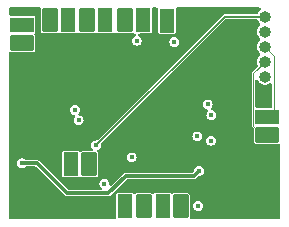
<source format=gbr>
%TF.GenerationSoftware,KiCad,Pcbnew,7.0.2-6a45011f42~172~ubuntu22.04.1*%
%TF.CreationDate,2023-05-21T17:06:01+08:00*%
%TF.ProjectId,fly2040,666c7932-3034-4302-9e6b-696361645f70,rev?*%
%TF.SameCoordinates,PX40c8790PY2f87f80*%
%TF.FileFunction,Copper,L4,Bot*%
%TF.FilePolarity,Positive*%
%FSLAX46Y46*%
G04 Gerber Fmt 4.6, Leading zero omitted, Abs format (unit mm)*
G04 Created by KiCad (PCBNEW 7.0.2-6a45011f42~172~ubuntu22.04.1) date 2023-05-21 17:06:01*
%MOMM*%
%LPD*%
G01*
G04 APERTURE LIST*
G04 Aperture macros list*
%AMRoundRect*
0 Rectangle with rounded corners*
0 $1 Rounding radius*
0 $2 $3 $4 $5 $6 $7 $8 $9 X,Y pos of 4 corners*
0 Add a 4 corners polygon primitive as box body*
4,1,4,$2,$3,$4,$5,$6,$7,$8,$9,$2,$3,0*
0 Add four circle primitives for the rounded corners*
1,1,$1+$1,$2,$3*
1,1,$1+$1,$4,$5*
1,1,$1+$1,$6,$7*
1,1,$1+$1,$8,$9*
0 Add four rect primitives between the rounded corners*
20,1,$1+$1,$2,$3,$4,$5,0*
20,1,$1+$1,$4,$5,$6,$7,0*
20,1,$1+$1,$6,$7,$8,$9,0*
20,1,$1+$1,$8,$9,$2,$3,0*%
G04 Aperture macros list end*
%TA.AperFunction,ComponentPad*%
%ADD10R,1.300000X2.000000*%
%TD*%
%TA.AperFunction,ComponentPad*%
%ADD11RoundRect,0.100000X-0.550000X0.900000X-0.550000X-0.900000X0.550000X-0.900000X0.550000X0.900000X0*%
%TD*%
%TA.AperFunction,ComponentPad*%
%ADD12O,1.000000X1.000000*%
%TD*%
%TA.AperFunction,ComponentPad*%
%ADD13RoundRect,0.100000X0.550000X-0.900000X0.550000X0.900000X-0.550000X0.900000X-0.550000X-0.900000X0*%
%TD*%
%TA.AperFunction,ComponentPad*%
%ADD14R,2.000000X1.300000*%
%TD*%
%TA.AperFunction,ComponentPad*%
%ADD15RoundRect,0.100000X-0.900000X-0.550000X0.900000X-0.550000X0.900000X0.550000X-0.900000X0.550000X0*%
%TD*%
%TA.AperFunction,ViaPad*%
%ADD16C,0.450000*%
%TD*%
%TA.AperFunction,Conductor*%
%ADD17C,0.100000*%
%TD*%
%TA.AperFunction,Conductor*%
%ADD18C,0.200000*%
%TD*%
%TA.AperFunction,Conductor*%
%ADD19C,0.357600*%
%TD*%
G04 APERTURE END LIST*
D10*
%TO.P,J10,1,Pin_1*%
%TO.N,NS_8*%
X14310000Y-1165000D03*
D11*
%TO.P,J10,2,Pin_2*%
%TO.N,NS_9*%
X12760000Y-1165000D03*
%TD*%
D10*
%TO.P,J9,1,Pin_1*%
%TO.N,NS_10*%
X11145001Y-1165000D03*
D11*
%TO.P,J9,2,Pin_2*%
%TO.N,NS_11*%
X9595001Y-1165000D03*
%TD*%
D12*
%TO.P,J8,1,Pin_1*%
%TO.N,RST*%
X24659248Y-843121D03*
%TO.P,J8,2,Pin_2*%
%TO.N,BOOT*%
X24659248Y-2113121D03*
%TO.P,J8,3,Pin_3*%
%TO.N,D+*%
X24659248Y-3383121D03*
%TO.P,J8,4,Pin_4*%
%TO.N,D-*%
X24659248Y-4653121D03*
%TO.P,J8,5,Pin_5*%
%TO.N,+3V3*%
X24659248Y-5923121D03*
%TO.P,J8,6,Pin_6*%
%TO.N,GND*%
X24659248Y-7193121D03*
%TD*%
D10*
%TO.P,J7,1,Pin_1*%
%TO.N,DBG_CLK*%
X8215000Y-13355000D03*
D13*
%TO.P,J7,2,Pin_2*%
%TO.N,DBG_DAT*%
X9765000Y-13355000D03*
%TD*%
D11*
%TO.P,J6,2,Pin_2*%
%TO.N,NS_SCL*%
X6450000Y-1165000D03*
D10*
%TO.P,J6,1,Pin_1*%
%TO.N,NS_SDA*%
X8000000Y-1165000D03*
%TD*%
D14*
%TO.P,J5,1,Pin_1*%
%TO.N,D+*%
X24820000Y-9300000D03*
D15*
%TO.P,J5,2,Pin_2*%
%TO.N,D-*%
X24820000Y-10850000D03*
%TD*%
D10*
%TO.P,J4,1,Pin_1*%
%TO.N,NS_CMD*%
X15975000Y-16895000D03*
D13*
%TO.P,J4,2,Pin_2*%
%TO.N,NS_D0*%
X17525000Y-16895000D03*
%TD*%
D10*
%TO.P,J3,1,Pin_1*%
%TO.N,NS_RST*%
X12815000Y-16895000D03*
D13*
%TO.P,J3,2,Pin_2*%
%TO.N,NS_CLK*%
X14365000Y-16895000D03*
%TD*%
D15*
%TO.P,J2,2,Pin_2*%
%TO.N,NS_CPU*%
X4090000Y-3065000D03*
D14*
%TO.P,J2,1,Pin_1*%
%TO.N,NS_14*%
X4090000Y-1515000D03*
%TD*%
D10*
%TO.P,J1,1,Pin_1*%
%TO.N,+3V3*%
X16330000Y-1170000D03*
D13*
%TO.P,J1,2,Pin_2*%
%TO.N,GND*%
X17880000Y-1170000D03*
%TD*%
D16*
%TO.N,GND*%
X16540000Y-9910000D03*
X12155000Y-5555000D03*
X7265000Y-17460000D03*
X21100000Y-4610000D03*
%TO.N,+1V1*%
X20085000Y-11350000D03*
%TO.N,+3V3*%
X11055000Y-14970000D03*
%TO.N,+5V*%
X4075000Y-13260000D03*
X19045000Y-13910000D03*
%TO.N,+3V3*%
X16965000Y-2990000D03*
X13790000Y-2875000D03*
%TO.N,+1V1*%
X19795000Y-8265000D03*
%TO.N,+3V3*%
X20110000Y-9175000D03*
%TO.N,+1V1*%
X8865000Y-9620000D03*
%TO.N,+3V3*%
X8565000Y-8730000D03*
%TO.N,GND*%
X7585000Y-11915000D03*
X6680000Y-5030000D03*
X3730000Y-5010000D03*
X3720000Y-10160000D03*
X6640000Y-10130000D03*
%TO.N,RST*%
X10350000Y-11730000D03*
%TO.N,+3V3*%
X13365000Y-12755000D03*
X18985000Y-16865000D03*
X18915000Y-10980000D03*
%TD*%
D17*
%TO.N,D-*%
X24659248Y-4653121D02*
X23670000Y-5642369D01*
X23670000Y-5642369D02*
X23670000Y-10100000D01*
X23670000Y-10100000D02*
X24420000Y-10850000D01*
D18*
%TO.N,RST*%
X24659248Y-843121D02*
X21236879Y-843121D01*
X21236879Y-843121D02*
X10350000Y-11730000D01*
D17*
%TO.N,D+*%
X25409248Y-8710752D02*
X25409248Y-4133121D01*
X25409248Y-4133121D02*
X24659248Y-3383121D01*
D19*
%TO.N,+5V*%
X4075000Y-13260000D02*
X5365000Y-13260000D01*
X7900000Y-15795000D02*
X11395000Y-15795000D01*
X5365000Y-13260000D02*
X7900000Y-15795000D01*
X11395000Y-15795000D02*
X12855000Y-14335000D01*
X18620000Y-14335000D02*
X19045000Y-13910000D01*
X12855000Y-14335000D02*
X18620000Y-14335000D01*
%TD*%
%TA.AperFunction,Conductor*%
%TO.N,GND*%
G36*
X5649845Y-85502D02*
G01*
X5696338Y-139158D01*
X5706442Y-209432D01*
X5705308Y-216049D01*
X5703396Y-225668D01*
X5699500Y-245254D01*
X5699500Y-2084746D01*
X5711133Y-2143231D01*
X5755447Y-2209552D01*
X5779836Y-2225848D01*
X5821769Y-2253867D01*
X5880252Y-2265500D01*
X5880253Y-2265500D01*
X7019747Y-2265500D01*
X7019748Y-2265500D01*
X7078231Y-2253867D01*
X7120164Y-2225847D01*
X7187916Y-2204632D01*
X7256383Y-2223414D01*
X7260167Y-2225847D01*
X7310785Y-2259669D01*
X7320512Y-2261603D01*
X7340101Y-2265500D01*
X8659898Y-2265499D01*
X8689213Y-2259669D01*
X8722457Y-2237457D01*
X8722458Y-2237454D01*
X8731029Y-2231728D01*
X8774757Y-2195182D01*
X8845199Y-2186332D01*
X8895051Y-2205945D01*
X8900448Y-2209551D01*
X8900449Y-2209552D01*
X8966770Y-2253867D01*
X9025253Y-2265500D01*
X9025254Y-2265500D01*
X10164748Y-2265500D01*
X10164749Y-2265500D01*
X10223232Y-2253867D01*
X10265165Y-2225847D01*
X10332917Y-2204632D01*
X10401384Y-2223414D01*
X10405168Y-2225847D01*
X10455786Y-2259669D01*
X10465513Y-2261603D01*
X10485102Y-2265500D01*
X11804899Y-2265499D01*
X11834214Y-2259669D01*
X11867458Y-2237457D01*
X11871457Y-2231471D01*
X11925929Y-2185944D01*
X11996372Y-2177094D01*
X12046224Y-2196707D01*
X12065448Y-2209552D01*
X12131769Y-2253867D01*
X12190252Y-2265500D01*
X12190253Y-2265500D01*
X13329747Y-2265500D01*
X13329748Y-2265500D01*
X13388231Y-2253867D01*
X13430164Y-2225847D01*
X13497916Y-2204632D01*
X13566383Y-2223414D01*
X13570167Y-2225847D01*
X13641626Y-2273594D01*
X13639226Y-2277185D01*
X13659229Y-2287614D01*
X13694446Y-2349260D01*
X13690743Y-2420160D01*
X13649298Y-2477804D01*
X13629067Y-2490672D01*
X13542730Y-2534663D01*
X13449662Y-2627731D01*
X13389910Y-2744999D01*
X13369320Y-2874999D01*
X13389910Y-3005000D01*
X13449662Y-3122268D01*
X13542731Y-3215337D01*
X13659999Y-3275089D01*
X13660001Y-3275089D01*
X13660003Y-3275090D01*
X13790000Y-3295679D01*
X13919997Y-3275090D01*
X13919998Y-3275089D01*
X13920000Y-3275089D01*
X14037268Y-3215337D01*
X14130337Y-3122268D01*
X14190089Y-3005000D01*
X14190089Y-3004998D01*
X14190090Y-3004997D01*
X14192465Y-2990000D01*
X16544320Y-2990000D01*
X16564910Y-3120000D01*
X16624662Y-3237268D01*
X16717731Y-3330337D01*
X16834999Y-3390089D01*
X16835001Y-3390089D01*
X16835003Y-3390090D01*
X16965000Y-3410679D01*
X17094997Y-3390090D01*
X17094998Y-3390089D01*
X17095000Y-3390089D01*
X17212268Y-3330337D01*
X17305337Y-3237268D01*
X17365089Y-3120000D01*
X17365089Y-3119998D01*
X17365090Y-3119997D01*
X17385679Y-2990000D01*
X17365090Y-2860003D01*
X17365089Y-2860001D01*
X17365089Y-2859999D01*
X17305337Y-2742731D01*
X17212268Y-2649662D01*
X17095000Y-2589910D01*
X16965000Y-2569320D01*
X16834999Y-2589910D01*
X16717731Y-2649662D01*
X16624662Y-2742731D01*
X16564910Y-2859999D01*
X16544320Y-2990000D01*
X14192465Y-2990000D01*
X14210679Y-2875000D01*
X14190090Y-2745003D01*
X14190089Y-2745001D01*
X14190089Y-2744999D01*
X14130337Y-2627731D01*
X14037269Y-2534663D01*
X13976629Y-2503765D01*
X13925014Y-2455017D01*
X13907949Y-2386102D01*
X13930850Y-2318900D01*
X13986448Y-2274748D01*
X14033829Y-2265499D01*
X14969898Y-2265499D01*
X14999213Y-2259669D01*
X15032457Y-2237457D01*
X15054669Y-2204213D01*
X15060500Y-2174899D01*
X15060499Y-191499D01*
X15080501Y-123379D01*
X15134157Y-76886D01*
X15186499Y-65500D01*
X15453500Y-65500D01*
X15521621Y-85502D01*
X15568114Y-139158D01*
X15579500Y-191500D01*
X15579500Y-2179897D01*
X15582844Y-2196707D01*
X15585331Y-2209213D01*
X15607543Y-2242457D01*
X15640787Y-2264669D01*
X15670101Y-2270500D01*
X16989898Y-2270499D01*
X17019213Y-2264669D01*
X17052457Y-2242457D01*
X17074669Y-2209213D01*
X17080500Y-2179899D01*
X17080499Y-191499D01*
X17100501Y-123379D01*
X17154157Y-76886D01*
X17206499Y-65500D01*
X24163481Y-65500D01*
X24231602Y-85502D01*
X24278095Y-139158D01*
X24288199Y-209432D01*
X24258705Y-274012D01*
X24247035Y-285812D01*
X24138607Y-381871D01*
X24043348Y-519875D01*
X24023429Y-572401D01*
X23980571Y-629002D01*
X23913916Y-653447D01*
X23905617Y-653721D01*
X21290465Y-653721D01*
X21264857Y-649370D01*
X21233272Y-652929D01*
X21219166Y-653721D01*
X21215534Y-653721D01*
X21211983Y-654531D01*
X21198077Y-656893D01*
X21166493Y-660453D01*
X21157484Y-664184D01*
X21132631Y-684003D01*
X21121118Y-692172D01*
X21118040Y-694105D01*
X21115469Y-696677D01*
X21104948Y-706079D01*
X21080094Y-725900D01*
X21065060Y-747086D01*
X10527327Y-11284819D01*
X10465015Y-11318845D01*
X10418522Y-11320173D01*
X10350000Y-11309320D01*
X10219999Y-11329910D01*
X10102731Y-11389662D01*
X10009662Y-11482731D01*
X9949910Y-11599999D01*
X9929320Y-11730000D01*
X9949910Y-11860000D01*
X10009662Y-11977268D01*
X10071799Y-12039405D01*
X10105825Y-12101717D01*
X10100760Y-12172532D01*
X10058213Y-12229368D01*
X9991693Y-12254179D01*
X9982704Y-12254500D01*
X9195252Y-12254500D01*
X9166010Y-12260316D01*
X9136768Y-12266133D01*
X9094834Y-12294153D01*
X9027081Y-12315367D01*
X8958614Y-12296584D01*
X8954832Y-12294153D01*
X8937457Y-12282543D01*
X8904213Y-12260331D01*
X8904212Y-12260330D01*
X8874899Y-12254500D01*
X7555102Y-12254500D01*
X7525787Y-12260331D01*
X7492543Y-12282543D01*
X7470330Y-12315787D01*
X7464500Y-12345100D01*
X7464500Y-14364897D01*
X7469171Y-14388381D01*
X7470331Y-14394213D01*
X7492543Y-14427457D01*
X7525787Y-14449669D01*
X7555101Y-14455500D01*
X8874898Y-14455499D01*
X8904213Y-14449669D01*
X8937457Y-14427457D01*
X8937458Y-14427454D01*
X8954831Y-14415847D01*
X9022584Y-14394632D01*
X9091051Y-14413415D01*
X9094829Y-14415843D01*
X9136769Y-14443867D01*
X9195252Y-14455500D01*
X9195253Y-14455500D01*
X10334747Y-14455500D01*
X10334748Y-14455500D01*
X10393231Y-14443867D01*
X10459552Y-14399552D01*
X10503867Y-14333231D01*
X10515500Y-14274748D01*
X10515500Y-12754999D01*
X12944320Y-12754999D01*
X12964910Y-12885000D01*
X13024662Y-13002268D01*
X13117731Y-13095337D01*
X13234999Y-13155089D01*
X13235001Y-13155089D01*
X13235003Y-13155090D01*
X13365000Y-13175679D01*
X13494997Y-13155090D01*
X13494998Y-13155089D01*
X13495000Y-13155089D01*
X13612268Y-13095337D01*
X13705337Y-13002268D01*
X13765089Y-12885000D01*
X13765089Y-12884998D01*
X13765090Y-12884997D01*
X13785679Y-12755000D01*
X13765090Y-12625003D01*
X13765089Y-12625001D01*
X13765089Y-12624999D01*
X13705337Y-12507731D01*
X13612268Y-12414662D01*
X13495000Y-12354910D01*
X13365000Y-12334320D01*
X13234999Y-12354910D01*
X13117731Y-12414662D01*
X13024662Y-12507731D01*
X12964910Y-12624999D01*
X12944320Y-12754999D01*
X10515500Y-12754999D01*
X10515500Y-12435252D01*
X10503867Y-12376769D01*
X10475503Y-12334320D01*
X10453617Y-12301565D01*
X10432402Y-12233812D01*
X10451185Y-12165345D01*
X10501176Y-12119298D01*
X10597269Y-12070336D01*
X10690336Y-11977269D01*
X10690337Y-11977268D01*
X10750089Y-11860000D01*
X10750089Y-11859998D01*
X10750090Y-11859997D01*
X10770679Y-11730000D01*
X10759826Y-11661475D01*
X10768926Y-11591065D01*
X10795177Y-11552673D01*
X11367851Y-10979999D01*
X18494320Y-10979999D01*
X18514910Y-11110000D01*
X18574662Y-11227268D01*
X18667731Y-11320337D01*
X18784999Y-11380089D01*
X18785001Y-11380089D01*
X18785003Y-11380090D01*
X18915000Y-11400679D01*
X19044997Y-11380090D01*
X19044998Y-11380089D01*
X19045000Y-11380089D01*
X19104054Y-11349999D01*
X19664320Y-11349999D01*
X19684910Y-11480000D01*
X19744662Y-11597268D01*
X19837731Y-11690337D01*
X19954999Y-11750089D01*
X19955001Y-11750089D01*
X19955003Y-11750090D01*
X20085000Y-11770679D01*
X20214997Y-11750090D01*
X20214998Y-11750089D01*
X20215000Y-11750089D01*
X20332268Y-11690337D01*
X20425337Y-11597268D01*
X20485089Y-11480000D01*
X20485089Y-11479998D01*
X20485090Y-11479997D01*
X20505679Y-11350000D01*
X20485090Y-11220003D01*
X20485089Y-11220001D01*
X20485089Y-11219999D01*
X20425337Y-11102731D01*
X20332268Y-11009662D01*
X20215000Y-10949910D01*
X20085000Y-10929320D01*
X19954999Y-10949910D01*
X19837731Y-11009662D01*
X19744662Y-11102731D01*
X19684910Y-11219999D01*
X19664320Y-11349999D01*
X19104054Y-11349999D01*
X19162268Y-11320337D01*
X19255337Y-11227268D01*
X19315089Y-11110000D01*
X19315089Y-11109998D01*
X19315090Y-11109997D01*
X19335679Y-10980000D01*
X19315090Y-10850003D01*
X19315089Y-10850001D01*
X19315089Y-10849999D01*
X19255337Y-10732731D01*
X19162268Y-10639662D01*
X19045000Y-10579910D01*
X18915000Y-10559320D01*
X18784999Y-10579910D01*
X18667731Y-10639662D01*
X18574662Y-10732731D01*
X18514910Y-10849999D01*
X18494320Y-10979999D01*
X11367851Y-10979999D01*
X14082850Y-8265000D01*
X19374320Y-8265000D01*
X19394910Y-8395000D01*
X19454662Y-8512268D01*
X19547731Y-8605337D01*
X19665000Y-8665089D01*
X19665001Y-8665089D01*
X19665003Y-8665090D01*
X19737840Y-8676625D01*
X19801992Y-8707036D01*
X19839519Y-8767304D01*
X19838506Y-8838294D01*
X19807225Y-8890169D01*
X19769662Y-8927732D01*
X19709910Y-9044999D01*
X19689320Y-9175000D01*
X19709910Y-9305000D01*
X19769662Y-9422268D01*
X19862731Y-9515337D01*
X19979999Y-9575089D01*
X19980001Y-9575089D01*
X19980003Y-9575090D01*
X20110000Y-9595679D01*
X20239997Y-9575090D01*
X20239998Y-9575089D01*
X20240000Y-9575089D01*
X20357268Y-9515337D01*
X20450337Y-9422268D01*
X20510089Y-9305000D01*
X20510089Y-9304998D01*
X20510090Y-9304997D01*
X20530679Y-9175000D01*
X20510090Y-9045003D01*
X20510089Y-9045001D01*
X20510089Y-9044999D01*
X20450337Y-8927731D01*
X20357268Y-8834662D01*
X20239999Y-8774910D01*
X20167160Y-8763374D01*
X20103007Y-8732962D01*
X20065479Y-8672694D01*
X20066493Y-8601704D01*
X20097773Y-8549831D01*
X20135336Y-8512269D01*
X20180567Y-8423500D01*
X20195089Y-8395000D01*
X20195089Y-8394998D01*
X20195090Y-8394997D01*
X20215679Y-8265000D01*
X20195090Y-8135003D01*
X20195089Y-8135001D01*
X20195089Y-8134999D01*
X20135337Y-8017731D01*
X20042268Y-7924662D01*
X19925000Y-7864910D01*
X19795000Y-7844320D01*
X19664999Y-7864910D01*
X19547731Y-7924662D01*
X19454662Y-8017731D01*
X19394910Y-8134999D01*
X19374320Y-8265000D01*
X14082850Y-8265000D01*
X21278425Y-1069426D01*
X21340738Y-1035400D01*
X21367521Y-1032521D01*
X23905617Y-1032521D01*
X23973738Y-1052523D01*
X24020231Y-1106179D01*
X24023429Y-1113841D01*
X24043348Y-1166366D01*
X24043349Y-1166368D01*
X24043350Y-1166369D01*
X24138606Y-1304370D01*
X24228274Y-1383809D01*
X24265999Y-1443953D01*
X24265219Y-1514945D01*
X24228274Y-1572433D01*
X24138607Y-1651871D01*
X24043348Y-1789875D01*
X23983888Y-1946660D01*
X23963677Y-2113121D01*
X23983888Y-2279581D01*
X24043348Y-2436366D01*
X24043349Y-2436368D01*
X24043350Y-2436369D01*
X24138606Y-2574370D01*
X24198838Y-2627731D01*
X24228274Y-2653809D01*
X24265999Y-2713953D01*
X24265219Y-2784945D01*
X24228274Y-2842433D01*
X24138607Y-2921871D01*
X24043348Y-3059875D01*
X23983888Y-3216660D01*
X23963677Y-3383121D01*
X23983888Y-3549581D01*
X24043348Y-3706366D01*
X24043349Y-3706368D01*
X24043350Y-3706369D01*
X24138606Y-3844370D01*
X24228274Y-3923809D01*
X24265999Y-3983953D01*
X24265219Y-4054945D01*
X24228274Y-4112433D01*
X24138607Y-4191871D01*
X24043348Y-4329875D01*
X23983888Y-4486660D01*
X23963677Y-4653121D01*
X23983888Y-4819582D01*
X24040723Y-4969445D01*
X24046177Y-5040231D01*
X24012494Y-5102729D01*
X24012007Y-5103219D01*
X23558456Y-5556771D01*
X23558455Y-5556772D01*
X23558454Y-5556774D01*
X23558452Y-5556776D01*
X23551735Y-5563493D01*
X23545017Y-5570211D01*
X23544392Y-5572547D01*
X23531807Y-5602928D01*
X23530601Y-5605016D01*
X23530600Y-5624016D01*
X23530600Y-10137352D01*
X23531807Y-10139442D01*
X23544392Y-10169824D01*
X23545017Y-10172157D01*
X23558452Y-10185593D01*
X23682595Y-10309736D01*
X23716621Y-10372048D01*
X23719500Y-10398831D01*
X23719500Y-11419746D01*
X23731133Y-11478231D01*
X23775447Y-11544552D01*
X23787597Y-11552670D01*
X23841769Y-11588867D01*
X23900252Y-11600500D01*
X23900253Y-11600500D01*
X25739749Y-11600500D01*
X25755996Y-11597268D01*
X25773917Y-11593703D01*
X25844630Y-11600029D01*
X25900698Y-11643582D01*
X25924319Y-11710534D01*
X25924500Y-11717281D01*
X25924500Y-17888500D01*
X25904498Y-17956621D01*
X25850842Y-18003114D01*
X25798500Y-18014500D01*
X18389298Y-18014500D01*
X18321177Y-17994498D01*
X18274684Y-17940842D01*
X18264580Y-17870568D01*
X18265719Y-17863918D01*
X18275500Y-17814746D01*
X18275500Y-16865000D01*
X18564320Y-16865000D01*
X18584910Y-16995000D01*
X18644662Y-17112268D01*
X18737731Y-17205337D01*
X18854999Y-17265089D01*
X18855001Y-17265089D01*
X18855003Y-17265090D01*
X18945770Y-17279465D01*
X18984999Y-17285679D01*
X18984999Y-17285678D01*
X18985000Y-17285679D01*
X19114997Y-17265090D01*
X19114998Y-17265089D01*
X19115000Y-17265089D01*
X19232268Y-17205337D01*
X19325337Y-17112268D01*
X19385089Y-16995000D01*
X19385089Y-16994998D01*
X19385090Y-16994997D01*
X19405679Y-16865000D01*
X19385090Y-16735003D01*
X19385089Y-16735001D01*
X19385089Y-16734999D01*
X19325337Y-16617731D01*
X19232268Y-16524662D01*
X19115000Y-16464910D01*
X18985000Y-16444320D01*
X18854999Y-16464910D01*
X18737731Y-16524662D01*
X18644662Y-16617731D01*
X18584910Y-16734999D01*
X18564320Y-16865000D01*
X18275500Y-16865000D01*
X18275500Y-15975253D01*
X18273653Y-15965969D01*
X18263867Y-15916769D01*
X18249162Y-15894761D01*
X18219552Y-15850447D01*
X18153231Y-15806133D01*
X18124057Y-15800330D01*
X18094748Y-15794500D01*
X16955252Y-15794500D01*
X16926010Y-15800316D01*
X16896768Y-15806133D01*
X16854834Y-15834153D01*
X16787081Y-15855367D01*
X16718614Y-15836584D01*
X16714832Y-15834153D01*
X16697457Y-15822543D01*
X16664213Y-15800331D01*
X16664212Y-15800330D01*
X16634899Y-15794500D01*
X15315102Y-15794500D01*
X15285786Y-15800330D01*
X15285787Y-15800331D01*
X15261838Y-15816333D01*
X15252542Y-15822544D01*
X15250086Y-15826220D01*
X15195609Y-15871748D01*
X15125166Y-15880596D01*
X15075319Y-15860983D01*
X14993231Y-15806133D01*
X14964057Y-15800330D01*
X14934748Y-15794500D01*
X13795252Y-15794500D01*
X13766010Y-15800316D01*
X13736768Y-15806133D01*
X13694834Y-15834153D01*
X13627081Y-15855367D01*
X13558614Y-15836584D01*
X13554832Y-15834153D01*
X13537457Y-15822543D01*
X13504213Y-15800331D01*
X13504212Y-15800330D01*
X13474899Y-15794500D01*
X12155102Y-15794500D01*
X12125785Y-15800331D01*
X12114125Y-15808122D01*
X12087897Y-15816333D01*
X12083943Y-15834511D01*
X12078122Y-15844125D01*
X12070330Y-15855785D01*
X12064500Y-15885100D01*
X12064501Y-17888500D01*
X12044499Y-17956621D01*
X11990843Y-18003114D01*
X11938501Y-18014500D01*
X3101500Y-18014500D01*
X3033379Y-17994498D01*
X2986886Y-17940842D01*
X2975500Y-17888500D01*
X2975500Y-13259999D01*
X3654320Y-13259999D01*
X3674910Y-13390000D01*
X3734662Y-13507268D01*
X3827731Y-13600337D01*
X3944999Y-13660089D01*
X3945001Y-13660089D01*
X3945003Y-13660090D01*
X4075000Y-13680679D01*
X4204997Y-13660090D01*
X4204998Y-13660089D01*
X4205000Y-13660089D01*
X4322266Y-13600338D01*
X4322266Y-13600337D01*
X4322269Y-13600336D01*
X4357501Y-13565103D01*
X4419811Y-13531080D01*
X4446595Y-13528200D01*
X5201717Y-13528200D01*
X5269838Y-13548202D01*
X5290812Y-13565105D01*
X7682900Y-15957192D01*
X7698569Y-15976283D01*
X7706639Y-15988361D01*
X7723723Y-15999776D01*
X7730905Y-16004576D01*
X7795353Y-16047639D01*
X7820312Y-16052603D01*
X7873586Y-16063200D01*
X7873588Y-16063200D01*
X7885750Y-16065619D01*
X7885764Y-16065621D01*
X7900000Y-16068453D01*
X7914237Y-16065621D01*
X7938818Y-16063200D01*
X11356177Y-16063200D01*
X11380757Y-16065621D01*
X11395000Y-16068454D01*
X11499647Y-16047639D01*
X11565969Y-16003324D01*
X11565970Y-16003322D01*
X11583825Y-15991392D01*
X11583833Y-15991386D01*
X11588361Y-15988361D01*
X11596428Y-15976286D01*
X11612093Y-15957198D01*
X11884262Y-15685029D01*
X11931470Y-15659251D01*
X11947446Y-15622552D01*
X11955009Y-15614282D01*
X12929189Y-14640102D01*
X12991499Y-14606079D01*
X13018282Y-14603200D01*
X18581177Y-14603200D01*
X18605757Y-14605621D01*
X18620000Y-14608454D01*
X18724647Y-14587639D01*
X18790969Y-14543324D01*
X18790970Y-14543322D01*
X18808825Y-14531392D01*
X18808833Y-14531386D01*
X18813361Y-14528361D01*
X18821428Y-14516286D01*
X18837093Y-14497198D01*
X18966876Y-14367415D01*
X19029186Y-14333391D01*
X19036259Y-14332063D01*
X19044998Y-14330678D01*
X19045000Y-14330679D01*
X19174997Y-14310090D01*
X19174999Y-14310089D01*
X19292268Y-14250337D01*
X19385337Y-14157268D01*
X19445089Y-14040000D01*
X19445089Y-14039998D01*
X19445090Y-14039997D01*
X19465679Y-13910000D01*
X19445090Y-13780003D01*
X19445089Y-13780001D01*
X19445089Y-13779999D01*
X19385337Y-13662731D01*
X19292268Y-13569662D01*
X19175000Y-13509910D01*
X19045000Y-13489320D01*
X18914999Y-13509910D01*
X18797731Y-13569662D01*
X18704662Y-13662731D01*
X18644910Y-13779999D01*
X18622937Y-13918737D01*
X18592525Y-13982890D01*
X18587586Y-13988119D01*
X18545814Y-14029893D01*
X18483502Y-14063920D01*
X18456716Y-14066800D01*
X12893823Y-14066800D01*
X12869243Y-14064379D01*
X12865518Y-14063638D01*
X12855000Y-14061546D01*
X12854999Y-14061546D01*
X12750354Y-14082360D01*
X12695592Y-14118951D01*
X12695586Y-14118955D01*
X12684032Y-14126676D01*
X12684030Y-14126677D01*
X12680748Y-14128869D01*
X12680748Y-14128870D01*
X12661638Y-14141639D01*
X12653569Y-14153716D01*
X12637902Y-14172804D01*
X11681191Y-15129515D01*
X11618879Y-15163541D01*
X11548064Y-15158476D01*
X11491228Y-15115929D01*
X11466417Y-15049409D01*
X11467646Y-15020715D01*
X11475679Y-14970000D01*
X11455090Y-14840003D01*
X11455089Y-14840001D01*
X11455089Y-14839999D01*
X11395337Y-14722731D01*
X11302268Y-14629662D01*
X11185000Y-14569910D01*
X11054999Y-14549320D01*
X10924999Y-14569910D01*
X10807731Y-14629662D01*
X10714662Y-14722731D01*
X10654910Y-14839999D01*
X10634320Y-14970000D01*
X10654910Y-15100000D01*
X10714662Y-15217268D01*
X10809099Y-15311705D01*
X10843125Y-15374017D01*
X10838060Y-15444832D01*
X10795513Y-15501668D01*
X10728993Y-15526479D01*
X10720004Y-15526800D01*
X8063282Y-15526800D01*
X7995161Y-15506798D01*
X7974187Y-15489895D01*
X5582098Y-13097806D01*
X5566425Y-13078708D01*
X5558361Y-13066638D01*
X5546290Y-13058573D01*
X5546283Y-13058567D01*
X5469647Y-13007360D01*
X5365000Y-12986546D01*
X5350757Y-12989379D01*
X5326177Y-12991800D01*
X4446595Y-12991800D01*
X4378474Y-12971798D01*
X4357504Y-12954899D01*
X4322269Y-12919664D01*
X4322268Y-12919663D01*
X4322266Y-12919661D01*
X4205000Y-12859910D01*
X4074999Y-12839320D01*
X3944999Y-12859910D01*
X3827731Y-12919662D01*
X3734662Y-13012731D01*
X3674910Y-13129999D01*
X3654320Y-13259999D01*
X2975500Y-13259999D01*
X2975500Y-8729999D01*
X8144320Y-8729999D01*
X8164910Y-8860000D01*
X8224662Y-8977268D01*
X8317731Y-9070337D01*
X8434999Y-9130089D01*
X8435001Y-9130089D01*
X8435003Y-9130090D01*
X8477625Y-9136840D01*
X8541777Y-9167252D01*
X8579304Y-9227520D01*
X8578291Y-9298509D01*
X8547011Y-9350383D01*
X8524662Y-9372732D01*
X8464910Y-9489999D01*
X8444320Y-9620000D01*
X8464910Y-9750000D01*
X8524662Y-9867268D01*
X8617731Y-9960337D01*
X8734999Y-10020089D01*
X8735001Y-10020089D01*
X8735003Y-10020090D01*
X8865000Y-10040679D01*
X8994997Y-10020090D01*
X8994998Y-10020089D01*
X8995000Y-10020089D01*
X9112268Y-9960337D01*
X9205337Y-9867268D01*
X9265089Y-9750000D01*
X9265089Y-9749998D01*
X9265090Y-9749997D01*
X9285679Y-9620000D01*
X9265090Y-9490003D01*
X9265089Y-9490001D01*
X9265089Y-9489999D01*
X9205337Y-9372731D01*
X9112268Y-9279662D01*
X8994999Y-9219910D01*
X8952374Y-9213159D01*
X8888221Y-9182746D01*
X8850694Y-9122478D01*
X8851708Y-9051488D01*
X8882989Y-8999615D01*
X8905336Y-8977269D01*
X8930577Y-8927732D01*
X8965089Y-8860000D01*
X8965089Y-8859998D01*
X8965090Y-8859997D01*
X8985679Y-8730000D01*
X8965090Y-8600003D01*
X8965089Y-8600001D01*
X8965089Y-8599999D01*
X8905337Y-8482731D01*
X8812268Y-8389662D01*
X8695000Y-8329910D01*
X8565000Y-8309320D01*
X8434999Y-8329910D01*
X8317731Y-8389662D01*
X8224662Y-8482731D01*
X8164910Y-8599999D01*
X8144320Y-8729999D01*
X2975500Y-8729999D01*
X2975500Y-3930292D01*
X2995502Y-3862171D01*
X3049158Y-3815678D01*
X3119432Y-3805574D01*
X3126038Y-3806705D01*
X3170252Y-3815500D01*
X3170255Y-3815500D01*
X5009747Y-3815500D01*
X5009748Y-3815500D01*
X5068231Y-3803867D01*
X5134552Y-3759552D01*
X5178867Y-3693231D01*
X5190500Y-3634748D01*
X5190500Y-2495252D01*
X5178867Y-2436769D01*
X5150846Y-2394834D01*
X5129632Y-2327083D01*
X5148415Y-2258616D01*
X5150847Y-2254831D01*
X5162454Y-2237458D01*
X5162457Y-2237457D01*
X5184669Y-2204213D01*
X5190500Y-2174899D01*
X5190499Y-855102D01*
X5184669Y-825787D01*
X5162457Y-792543D01*
X5129213Y-770331D01*
X5129212Y-770330D01*
X5099900Y-764500D01*
X3101500Y-764500D01*
X3033379Y-744498D01*
X2986886Y-690842D01*
X2975500Y-638500D01*
X2975500Y-191500D01*
X2995502Y-123379D01*
X3049158Y-76886D01*
X3101500Y-65500D01*
X5581724Y-65500D01*
X5649845Y-85502D01*
G37*
%TD.AperFunction*%
%TA.AperFunction,Conductor*%
G36*
X24017912Y-6216558D02*
G01*
X24039096Y-6240205D01*
X24043349Y-6246366D01*
X24043350Y-6246369D01*
X24138606Y-6384370D01*
X24205680Y-6443792D01*
X24264117Y-6495564D01*
X24264119Y-6495565D01*
X24412595Y-6573491D01*
X24575406Y-6613621D01*
X24575408Y-6613621D01*
X24743088Y-6613621D01*
X24743090Y-6613621D01*
X24905901Y-6573491D01*
X25054377Y-6495565D01*
X25060292Y-6490324D01*
X25124546Y-6460122D01*
X25194927Y-6469453D01*
X25249090Y-6515353D01*
X25269840Y-6583249D01*
X25269848Y-6584635D01*
X25269848Y-8423500D01*
X25249846Y-8491621D01*
X25196190Y-8538114D01*
X25143848Y-8549500D01*
X23935400Y-8549500D01*
X23867279Y-8529498D01*
X23820786Y-8475842D01*
X23809400Y-8423500D01*
X23809400Y-6311782D01*
X23829402Y-6243661D01*
X23883058Y-6197168D01*
X23953332Y-6187064D01*
X24017912Y-6216558D01*
G37*
%TD.AperFunction*%
%TD*%
M02*

</source>
